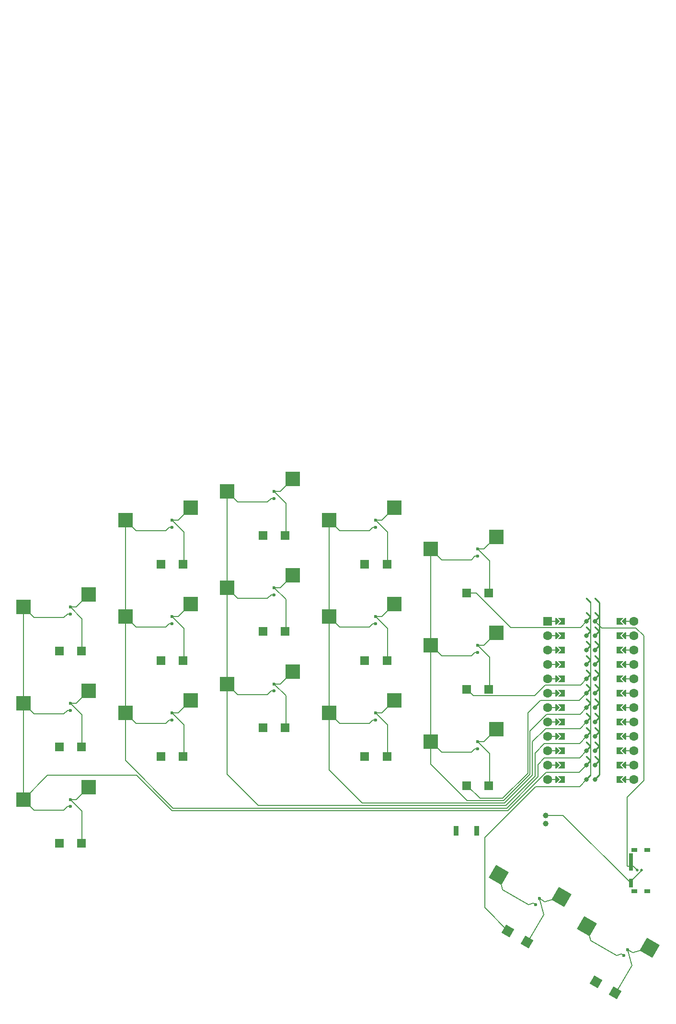
<source format=gbr>
%TF.GenerationSoftware,KiCad,Pcbnew,(6.0.6-1)-1*%
%TF.CreationDate,2023-03-28T00:01:58-05:00*%
%TF.ProjectId,smcboard,736d6362-6f61-4726-942e-6b696361645f,v1.0.0*%
%TF.SameCoordinates,Original*%
%TF.FileFunction,Copper,L1,Top*%
%TF.FilePolarity,Positive*%
%FSLAX46Y46*%
G04 Gerber Fmt 4.6, Leading zero omitted, Abs format (unit mm)*
G04 Created by KiCad (PCBNEW (6.0.6-1)-1) date 2023-03-28 00:01:58*
%MOMM*%
%LPD*%
G01*
G04 APERTURE LIST*
G04 Aperture macros list*
%AMRotRect*
0 Rectangle, with rotation*
0 The origin of the aperture is its center*
0 $1 length*
0 $2 width*
0 $3 Rotation angle, in degrees counterclockwise*
0 Add horizontal line*
21,1,$1,$2,0,0,$3*%
%AMFreePoly0*
4,1,49,0.088388,4.152388,0.854389,3.386388,0.867708,3.368551,0.871189,3.365530,0.871982,3.362827,0.875852,3.357644,0.882333,3.327543,0.891000,3.298000,0.891000,0.766000,0.887805,0.743969,0.888131,0.739371,0.886780,0.736898,0.885852,0.730498,0.869154,0.704638,0.854389,0.677612,0.088388,-0.088388,0.064607,-0.106146,0.062500,-0.108253,0.061385,-0.108552,0.059644,-0.109852,
0.043810,-0.113261,0.000000,-0.125000,-0.004774,-0.123721,-0.009154,-0.124664,-0.028953,-0.117242,-0.062500,-0.108253,-0.068237,-0.102516,-0.075052,-0.099961,-0.087614,-0.083139,-0.108253,-0.062500,-0.111178,-0.051584,-0.117161,-0.043572,-0.118539,-0.024114,-0.125000,0.000000,-0.121239,0.014035,-0.122131,0.026629,-0.113759,0.041953,-0.108253,0.062500,-0.095642,0.075111,-0.088388,0.088388,
0.641000,0.817777,0.641000,3.246223,-0.088388,3.975612,-0.109852,4.004356,-0.124664,4.073154,-0.099961,4.139052,-0.043572,4.181161,0.026629,4.186131,0.088388,4.152388,0.088388,4.152388,$1*%
%AMFreePoly1*
4,1,6,0.600000,0.200000,0.000000,-0.400000,-0.600000,0.200000,-0.600000,0.400000,0.600000,0.400000,0.600000,0.200000,0.600000,0.200000,$1*%
%AMFreePoly2*
4,1,6,0.600000,-0.250000,-0.600000,-0.250000,-0.600000,1.000000,0.000000,0.400000,0.600000,1.000000,0.600000,-0.250000,0.600000,-0.250000,$1*%
%AMFreePoly3*
4,1,5,0.125000,-0.500000,-0.125000,-0.500000,-0.125000,0.500000,0.125000,0.500000,0.125000,-0.500000,0.125000,-0.500000,$1*%
%AMFreePoly4*
4,1,49,0.088388,4.152388,0.850389,3.390388,0.863708,3.372551,0.867189,3.369530,0.867982,3.366827,0.871852,3.361644,0.878333,3.331543,0.887000,3.302000,0.887000,0.762000,0.883805,0.739969,0.884131,0.735371,0.882780,0.732898,0.881852,0.726498,0.865154,0.700638,0.850389,0.673612,0.088388,-0.088388,0.064607,-0.106146,0.062500,-0.108253,0.061385,-0.108552,0.059644,-0.109852,
0.043810,-0.113261,0.000000,-0.125000,-0.004774,-0.123721,-0.009154,-0.124664,-0.028953,-0.117242,-0.062500,-0.108253,-0.068237,-0.102516,-0.075052,-0.099961,-0.087614,-0.083139,-0.108253,-0.062500,-0.111178,-0.051584,-0.117161,-0.043572,-0.118539,-0.024114,-0.125000,0.000000,-0.121239,0.014035,-0.122131,0.026629,-0.113759,0.041953,-0.108253,0.062500,-0.095642,0.075111,-0.088388,0.088388,
0.637000,0.813777,0.637000,3.250223,-0.088388,3.975612,-0.109852,4.004356,-0.124664,4.073154,-0.099961,4.139052,-0.043572,4.181161,0.026629,4.186131,0.088388,4.152388,0.088388,4.152388,$1*%
G04 Aperture macros list end*
%TA.AperFunction,SMDPad,CuDef*%
%ADD10FreePoly0,270.000000*%
%TD*%
%TA.AperFunction,ComponentPad*%
%ADD11C,1.600000*%
%TD*%
%TA.AperFunction,SMDPad,CuDef*%
%ADD12FreePoly1,90.000000*%
%TD*%
%TA.AperFunction,SMDPad,CuDef*%
%ADD13FreePoly2,90.000000*%
%TD*%
%TA.AperFunction,SMDPad,CuDef*%
%ADD14FreePoly3,90.000000*%
%TD*%
%TA.AperFunction,ComponentPad*%
%ADD15R,1.600000X1.600000*%
%TD*%
%TA.AperFunction,SMDPad,CuDef*%
%ADD16FreePoly2,270.000000*%
%TD*%
%TA.AperFunction,SMDPad,CuDef*%
%ADD17FreePoly3,270.000000*%
%TD*%
%TA.AperFunction,SMDPad,CuDef*%
%ADD18FreePoly1,270.000000*%
%TD*%
%TA.AperFunction,SMDPad,CuDef*%
%ADD19FreePoly4,90.000000*%
%TD*%
%TA.AperFunction,ComponentPad*%
%ADD20C,0.800000*%
%TD*%
%TA.AperFunction,ComponentPad*%
%ADD21R,0.900000X1.700000*%
%TD*%
%TA.AperFunction,SMDPad,CuDef*%
%ADD22R,0.700000X1.500000*%
%TD*%
%TA.AperFunction,SMDPad,CuDef*%
%ADD23R,1.000000X0.800000*%
%TD*%
%TA.AperFunction,ComponentPad*%
%ADD24C,1.000000*%
%TD*%
%TA.AperFunction,SMDPad,CuDef*%
%ADD25R,2.600000X2.600000*%
%TD*%
%TA.AperFunction,SMDPad,CuDef*%
%ADD26RotRect,2.600000X2.600000X330.000000*%
%TD*%
%TA.AperFunction,ComponentPad*%
%ADD27R,1.650000X1.650000*%
%TD*%
%TA.AperFunction,ComponentPad*%
%ADD28RotRect,1.650000X1.650000X150.000000*%
%TD*%
%TA.AperFunction,ComponentPad*%
%ADD29RotRect,1.650000X1.650000X330.000000*%
%TD*%
%TA.AperFunction,ComponentPad*%
%ADD30C,0.600000*%
%TD*%
%TA.AperFunction,ViaPad*%
%ADD31C,0.500000*%
%TD*%
%TA.AperFunction,Conductor*%
%ADD32C,0.200000*%
%TD*%
%TA.AperFunction,Conductor*%
%ADD33C,0.180000*%
%TD*%
G04 APERTURE END LIST*
D10*
%TO.P,MCU1,2*%
%TO.N,GND*%
X242037000Y-133370000D03*
D11*
%TO.P,MCU1,*%
%TO.N,*%
X233655000Y-130830000D03*
X233655000Y-133370000D03*
X233655000Y-135910000D03*
X233655000Y-138450000D03*
X233655000Y-140990000D03*
X233655000Y-143530000D03*
X233655000Y-146070000D03*
X233655000Y-148610000D03*
X233655000Y-151150000D03*
X233655000Y-153690000D03*
X233655000Y-156230000D03*
X233655000Y-158770000D03*
X248895000Y-158770000D03*
X248895000Y-156230000D03*
X248895000Y-153690000D03*
X248895000Y-151150000D03*
X248895000Y-148610000D03*
X248895000Y-146070000D03*
X248895000Y-143530000D03*
X248895000Y-140990000D03*
X248895000Y-138450000D03*
X248895000Y-135910000D03*
X248895000Y-133370000D03*
X248895000Y-130830000D03*
D12*
X235433000Y-130830000D03*
D13*
%TO.P,MCU1,24*%
%TO.N,P1*%
X236449000Y-130830000D03*
D14*
%TO.P,MCU1,*%
%TO.N,*%
X234925000Y-130830000D03*
D15*
X233655000Y-130830000D03*
D14*
X234925000Y-133370000D03*
D12*
X235433000Y-133370000D03*
D13*
%TO.P,MCU1,23*%
%TO.N,P0*%
X236449000Y-133370000D03*
D14*
%TO.P,MCU1,*%
%TO.N,*%
X234925000Y-135910000D03*
D12*
X235433000Y-135910000D03*
D13*
%TO.P,MCU1,22*%
%TO.N,GND*%
X236449000Y-135910000D03*
D14*
%TO.P,MCU1,*%
%TO.N,*%
X234925000Y-138450000D03*
D12*
X235433000Y-138450000D03*
D13*
%TO.P,MCU1,21*%
%TO.N,GND*%
X236449000Y-138450000D03*
D14*
%TO.P,MCU1,*%
%TO.N,*%
X234925000Y-140990000D03*
D12*
X235433000Y-140990000D03*
D13*
%TO.P,MCU1,20*%
%TO.N,P2*%
X236449000Y-140990000D03*
D14*
%TO.P,MCU1,*%
%TO.N,*%
X234925000Y-143530000D03*
D12*
X235433000Y-143530000D03*
D13*
%TO.P,MCU1,19*%
%TO.N,P3*%
X236449000Y-143530000D03*
D14*
%TO.P,MCU1,*%
%TO.N,*%
X234925000Y-146070000D03*
D12*
X235433000Y-146070000D03*
D13*
%TO.P,MCU1,18*%
%TO.N,P4*%
X236449000Y-146070000D03*
D14*
%TO.P,MCU1,*%
%TO.N,*%
X234925000Y-148610000D03*
D12*
X235433000Y-148610000D03*
D13*
%TO.P,MCU1,17*%
%TO.N,P5*%
X236449000Y-148610000D03*
D14*
%TO.P,MCU1,*%
%TO.N,*%
X234925000Y-151150000D03*
D12*
X235433000Y-151150000D03*
D13*
%TO.P,MCU1,16*%
%TO.N,P6*%
X236449000Y-151150000D03*
D14*
%TO.P,MCU1,*%
%TO.N,*%
X234925000Y-153690000D03*
D12*
X235433000Y-153690000D03*
D13*
%TO.P,MCU1,15*%
%TO.N,P7*%
X236449000Y-153690000D03*
D14*
%TO.P,MCU1,*%
%TO.N,*%
X234925000Y-156230000D03*
D12*
X235433000Y-156230000D03*
D13*
%TO.P,MCU1,14*%
%TO.N,P8*%
X236449000Y-156230000D03*
D14*
%TO.P,MCU1,*%
%TO.N,*%
X234925000Y-158770000D03*
D12*
X235433000Y-158770000D03*
D13*
%TO.P,MCU1,13*%
%TO.N,P9*%
X236449000Y-158770000D03*
D16*
%TO.P,MCU1,1*%
%TO.N,RAW*%
X246101000Y-130830000D03*
%TO.P,MCU1,3*%
%TO.N,RST*%
X246101000Y-135910000D03*
D17*
%TO.P,MCU1,*%
%TO.N,*%
X247625000Y-135910000D03*
D18*
X247117000Y-135910000D03*
X247117000Y-130830000D03*
D17*
X247625000Y-133370000D03*
D16*
%TO.P,MCU1,2*%
%TO.N,GND*%
X246101000Y-133370000D03*
D17*
%TO.P,MCU1,*%
%TO.N,*%
X247625000Y-130830000D03*
D16*
%TO.P,MCU1,4*%
%TO.N,VCC*%
X246101000Y-138450000D03*
D18*
%TO.P,MCU1,*%
%TO.N,*%
X247117000Y-133370000D03*
X247117000Y-138450000D03*
D16*
%TO.P,MCU1,6*%
%TO.N,P20*%
X246101000Y-143530000D03*
%TO.P,MCU1,7*%
%TO.N,P19*%
X246101000Y-146070000D03*
D17*
%TO.P,MCU1,*%
%TO.N,*%
X247625000Y-158770000D03*
D18*
X247117000Y-146070000D03*
D17*
X247625000Y-153690000D03*
D16*
%TO.P,MCU1,8*%
%TO.N,P18*%
X246101000Y-148610000D03*
D17*
%TO.P,MCU1,*%
%TO.N,*%
X247625000Y-146070000D03*
D16*
%TO.P,MCU1,12*%
%TO.N,P10*%
X246101000Y-158770000D03*
D18*
%TO.P,MCU1,*%
%TO.N,*%
X247117000Y-148610000D03*
D17*
X247625000Y-151150000D03*
D18*
X247117000Y-158770000D03*
D17*
X247625000Y-140990000D03*
X247625000Y-148610000D03*
X247625000Y-143530000D03*
D16*
%TO.P,MCU1,9*%
%TO.N,P15*%
X246101000Y-151150000D03*
D17*
%TO.P,MCU1,*%
%TO.N,*%
X247625000Y-138450000D03*
D18*
X247117000Y-140990000D03*
X247117000Y-143530000D03*
X247117000Y-151150000D03*
D16*
%TO.P,MCU1,10*%
%TO.N,P14*%
X246101000Y-153690000D03*
D18*
%TO.P,MCU1,*%
%TO.N,*%
X247117000Y-153690000D03*
X247117000Y-156230000D03*
D16*
%TO.P,MCU1,11*%
%TO.N,P16*%
X246101000Y-156230000D03*
D17*
%TO.P,MCU1,*%
%TO.N,*%
X247625000Y-156230000D03*
D16*
%TO.P,MCU1,5*%
%TO.N,P21*%
X246101000Y-140990000D03*
D19*
%TO.P,MCU1,23*%
%TO.N,P0*%
X240513000Y-133370000D03*
D20*
%TO.P,MCU1,2*%
%TO.N,GND*%
X242037000Y-133370000D03*
%TO.P,MCU1,23*%
%TO.N,P0*%
X240513000Y-133370000D03*
%TO.P,MCU1,24*%
%TO.N,P1*%
X240513000Y-130830000D03*
%TO.P,MCU1,1*%
%TO.N,RAW*%
X242037000Y-130830000D03*
D10*
X242037000Y-130830000D03*
D19*
%TO.P,MCU1,24*%
%TO.N,P1*%
X240513000Y-130830000D03*
D20*
%TO.P,MCU1,22*%
%TO.N,GND*%
X240513000Y-135910000D03*
%TO.P,MCU1,3*%
%TO.N,RST*%
X242037000Y-135910000D03*
D10*
X242037000Y-135910000D03*
D19*
%TO.P,MCU1,22*%
%TO.N,GND*%
X240513000Y-135910000D03*
D20*
%TO.P,MCU1,21*%
X240513000Y-138450000D03*
%TO.P,MCU1,4*%
%TO.N,VCC*%
X242037000Y-138450000D03*
D10*
X242037000Y-138450000D03*
D19*
%TO.P,MCU1,21*%
%TO.N,GND*%
X240513000Y-138450000D03*
D20*
%TO.P,MCU1,20*%
%TO.N,P2*%
X240513000Y-140990000D03*
%TO.P,MCU1,5*%
%TO.N,P21*%
X242037000Y-140990000D03*
D10*
X242037000Y-140990000D03*
D19*
%TO.P,MCU1,20*%
%TO.N,P2*%
X240513000Y-140990000D03*
D20*
%TO.P,MCU1,19*%
%TO.N,P3*%
X240513000Y-143530000D03*
%TO.P,MCU1,6*%
%TO.N,P20*%
X242037000Y-143530000D03*
D10*
X242037000Y-143530000D03*
D19*
%TO.P,MCU1,19*%
%TO.N,P3*%
X240513000Y-143530000D03*
D20*
%TO.P,MCU1,18*%
%TO.N,P4*%
X240513000Y-146070000D03*
%TO.P,MCU1,7*%
%TO.N,P19*%
X242037000Y-146070000D03*
D10*
X242037000Y-146070000D03*
D19*
%TO.P,MCU1,18*%
%TO.N,P4*%
X240513000Y-146070000D03*
D20*
%TO.P,MCU1,17*%
%TO.N,P5*%
X240513000Y-148610000D03*
%TO.P,MCU1,8*%
%TO.N,P18*%
X242037000Y-148610000D03*
D10*
X242037000Y-148610000D03*
D19*
%TO.P,MCU1,17*%
%TO.N,P5*%
X240513000Y-148610000D03*
D20*
%TO.P,MCU1,16*%
%TO.N,P6*%
X240513000Y-151150000D03*
%TO.P,MCU1,9*%
%TO.N,P15*%
X242037000Y-151150000D03*
D10*
X242037000Y-151150000D03*
D19*
%TO.P,MCU1,16*%
%TO.N,P6*%
X240513000Y-151150000D03*
D20*
%TO.P,MCU1,15*%
%TO.N,P7*%
X240513000Y-153690000D03*
%TO.P,MCU1,10*%
%TO.N,P14*%
X242037000Y-153690000D03*
D10*
X242037000Y-153690000D03*
D19*
%TO.P,MCU1,15*%
%TO.N,P7*%
X240513000Y-153690000D03*
D20*
%TO.P,MCU1,14*%
%TO.N,P8*%
X240513000Y-156230000D03*
%TO.P,MCU1,11*%
%TO.N,P16*%
X242037000Y-156230000D03*
D10*
X242037000Y-156230000D03*
D19*
%TO.P,MCU1,14*%
%TO.N,P8*%
X240513000Y-156230000D03*
D20*
%TO.P,MCU1,13*%
%TO.N,P9*%
X240513000Y-158770000D03*
%TO.P,MCU1,12*%
%TO.N,P10*%
X242037000Y-158770000D03*
D10*
X242037000Y-158770000D03*
D19*
%TO.P,MCU1,13*%
%TO.N,P9*%
X240513000Y-158770000D03*
%TD*%
D21*
%TO.P,,1*%
%TO.N,RST*%
X217475000Y-167800000D03*
%TO.P,,2*%
%TO.N,GND*%
X221075000Y-167800000D03*
%TD*%
D22*
%TO.P,,1*%
%TO.N,pos*%
X248345000Y-177050000D03*
%TO.P,,2*%
%TO.N,RAW*%
X248345000Y-174050000D03*
%TO.P,,3*%
%TO.N,N/C*%
X248345000Y-172550000D03*
D23*
%TO.P,,*%
%TO.N,*%
X251205000Y-178450000D03*
X251205000Y-171150000D03*
X248995000Y-171150000D03*
X248995000Y-178450000D03*
%TD*%
D24*
%TO.P,,1*%
%TO.N,pos*%
X233275000Y-165050000D03*
%TO.P,,2*%
%TO.N,GND*%
X233275000Y-166550000D03*
%TD*%
D25*
%TO.P,S1,1*%
%TO.N,pinky_bottom*%
X152550000Y-160050000D03*
%TO.P,S1,2*%
%TO.N,P8*%
X141000000Y-162250000D03*
%TD*%
%TO.P,S2,1*%
%TO.N,pinky_home*%
X152550000Y-143050000D03*
%TO.P,S2,2*%
%TO.N,P8*%
X141000000Y-145250000D03*
%TD*%
%TO.P,S3,1*%
%TO.N,pinky_top*%
X152550000Y-126050000D03*
%TO.P,S3,2*%
%TO.N,P8*%
X141000000Y-128250000D03*
%TD*%
%TO.P,S4,1*%
%TO.N,ring_bottom*%
X170550000Y-144750000D03*
%TO.P,S4,2*%
%TO.N,P7*%
X159000000Y-146950000D03*
%TD*%
%TO.P,S5,1*%
%TO.N,ring_home*%
X170550000Y-127750000D03*
%TO.P,S5,2*%
%TO.N,P7*%
X159000000Y-129950000D03*
%TD*%
%TO.P,S6,1*%
%TO.N,ring_top*%
X170550000Y-110750000D03*
%TO.P,S6,2*%
%TO.N,P7*%
X159000000Y-112950000D03*
%TD*%
%TO.P,S7,1*%
%TO.N,middle_bottom*%
X188550000Y-139650000D03*
%TO.P,S7,2*%
%TO.N,P6*%
X177000000Y-141850000D03*
%TD*%
%TO.P,S8,1*%
%TO.N,middle_home*%
X188550000Y-122650000D03*
%TO.P,S8,2*%
%TO.N,P6*%
X177000000Y-124850000D03*
%TD*%
%TO.P,S9,1*%
%TO.N,middle_top*%
X188550000Y-105650000D03*
%TO.P,S9,2*%
%TO.N,P6*%
X177000000Y-107850000D03*
%TD*%
%TO.P,S10,1*%
%TO.N,index_bottom*%
X206550000Y-144750000D03*
%TO.P,S10,2*%
%TO.N,P5*%
X195000000Y-146950000D03*
%TD*%
%TO.P,S11,1*%
%TO.N,index_home*%
X206550000Y-127750000D03*
%TO.P,S11,2*%
%TO.N,P5*%
X195000000Y-129950000D03*
%TD*%
%TO.P,S12,1*%
%TO.N,index_top*%
X206550000Y-110750000D03*
%TO.P,S12,2*%
%TO.N,P5*%
X195000000Y-112950000D03*
%TD*%
%TO.P,S13,1*%
%TO.N,inner_bottom*%
X224550000Y-149850000D03*
%TO.P,S13,2*%
%TO.N,P4*%
X213000000Y-152050000D03*
%TD*%
%TO.P,S14,1*%
%TO.N,inner_home*%
X224550000Y-132850000D03*
%TO.P,S14,2*%
%TO.N,P4*%
X213000000Y-135050000D03*
%TD*%
%TO.P,S15,1*%
%TO.N,inner_top*%
X224550000Y-115850000D03*
%TO.P,S15,2*%
%TO.N,P4*%
X213000000Y-118050000D03*
%TD*%
D26*
%TO.P,S16,1*%
%TO.N,near_thumb*%
X236086233Y-179484649D03*
%TO.P,S16,2*%
%TO.N,P6*%
X224983640Y-175614905D03*
%TD*%
%TO.P,S17,1*%
%TO.N,home_thumb*%
X251674690Y-188484649D03*
%TO.P,S17,2*%
%TO.N,P5*%
X240572097Y-184614905D03*
%TD*%
D27*
%TO.P,D1,1*%
%TO.N,P3*%
X147325000Y-170000000D03*
%TO.P,D1,2*%
%TO.N,pinky_bottom*%
X151225000Y-170000000D03*
%TD*%
%TO.P,D2,1*%
%TO.N,P2*%
X147325000Y-153000000D03*
%TO.P,D2,2*%
%TO.N,pinky_home*%
X151225000Y-153000000D03*
%TD*%
%TO.P,D3,1*%
%TO.N,P1*%
X147325000Y-136000000D03*
%TO.P,D3,2*%
%TO.N,pinky_top*%
X151225000Y-136000000D03*
%TD*%
%TO.P,D4,1*%
%TO.N,P3*%
X165325000Y-154700000D03*
%TO.P,D4,2*%
%TO.N,ring_bottom*%
X169225000Y-154700000D03*
%TD*%
%TO.P,D5,1*%
%TO.N,P2*%
X165325000Y-137700000D03*
%TO.P,D5,2*%
%TO.N,ring_home*%
X169225000Y-137700000D03*
%TD*%
%TO.P,D6,1*%
%TO.N,P1*%
X165325000Y-120700000D03*
%TO.P,D6,2*%
%TO.N,ring_top*%
X169225000Y-120700000D03*
%TD*%
%TO.P,D7,1*%
%TO.N,P3*%
X183325000Y-149600000D03*
%TO.P,D7,2*%
%TO.N,middle_bottom*%
X187225000Y-149600000D03*
%TD*%
%TO.P,D8,1*%
%TO.N,P2*%
X183325000Y-132600000D03*
%TO.P,D8,2*%
%TO.N,middle_home*%
X187225000Y-132600000D03*
%TD*%
%TO.P,D9,1*%
%TO.N,P1*%
X183325000Y-115600000D03*
%TO.P,D9,2*%
%TO.N,middle_top*%
X187225000Y-115600000D03*
%TD*%
%TO.P,D10,1*%
%TO.N,P3*%
X201325000Y-154700000D03*
%TO.P,D10,2*%
%TO.N,index_bottom*%
X205225000Y-154700000D03*
%TD*%
%TO.P,D11,1*%
%TO.N,P2*%
X201325000Y-137700000D03*
%TO.P,D11,2*%
%TO.N,index_home*%
X205225000Y-137700000D03*
%TD*%
%TO.P,D12,1*%
%TO.N,P1*%
X201325000Y-120700000D03*
%TO.P,D12,2*%
%TO.N,index_top*%
X205225000Y-120700000D03*
%TD*%
%TO.P,D13,1*%
%TO.N,P3*%
X219325000Y-159800000D03*
%TO.P,D13,2*%
%TO.N,inner_bottom*%
X223225000Y-159800000D03*
%TD*%
%TO.P,D14,1*%
%TO.N,P2*%
X219325000Y-142800000D03*
%TO.P,D14,2*%
%TO.N,inner_home*%
X223225000Y-142800000D03*
%TD*%
%TO.P,D15,1*%
%TO.N,P1*%
X219325000Y-125800000D03*
%TO.P,D15,2*%
%TO.N,inner_top*%
X223225000Y-125800000D03*
%TD*%
D28*
%TO.P,D16,1*%
%TO.N,P9*%
X226586250Y-185489102D03*
D29*
%TO.P,D16,2*%
%TO.N,near_thumb*%
X229963750Y-187439102D03*
%TD*%
D28*
%TO.P,D17,1*%
%TO.N,P9*%
X242174707Y-194489102D03*
D29*
%TO.P,D17,2*%
%TO.N,home_thumb*%
X245552207Y-196439102D03*
%TD*%
D30*
%TO.P,REF\u002A\u002A,1*%
%TO.N,P8*%
X149275000Y-163500000D03*
%TD*%
%TO.P,REF\u002A\u002A,1*%
%TO.N,P8*%
X149275000Y-146500000D03*
%TD*%
%TO.P,REF\u002A\u002A,1*%
%TO.N,P8*%
X149275000Y-129500000D03*
%TD*%
%TO.P,REF\u002A\u002A,1*%
%TO.N,P7*%
X167275000Y-148200000D03*
%TD*%
%TO.P,REF\u002A\u002A,1*%
%TO.N,P7*%
X167275000Y-131200000D03*
%TD*%
%TO.P,REF\u002A\u002A,1*%
%TO.N,P7*%
X167275000Y-114200000D03*
%TD*%
%TO.P,REF\u002A\u002A,1*%
%TO.N,P6*%
X185275000Y-143100000D03*
%TD*%
%TO.P,REF\u002A\u002A,1*%
%TO.N,P6*%
X185275000Y-126100000D03*
%TD*%
%TO.P,REF\u002A\u002A,1*%
%TO.N,P6*%
X185275000Y-109100000D03*
%TD*%
%TO.P,REF\u002A\u002A,1*%
%TO.N,P5*%
X203275000Y-148200000D03*
%TD*%
%TO.P,REF\u002A\u002A,1*%
%TO.N,P5*%
X203275000Y-131200000D03*
%TD*%
%TO.P,REF\u002A\u002A,1*%
%TO.N,P5*%
X203275000Y-114200000D03*
%TD*%
%TO.P,REF\u002A\u002A,1*%
%TO.N,P4*%
X221275000Y-153300000D03*
%TD*%
%TO.P,REF\u002A\u002A,1*%
%TO.N,P4*%
X221275000Y-136300000D03*
%TD*%
%TO.P,REF\u002A\u002A,1*%
%TO.N,P4*%
X221275000Y-119300000D03*
%TD*%
%TO.P,REF\u002A\u002A,1*%
%TO.N,P6*%
X231525000Y-180834937D03*
%TD*%
%TO.P,REF\u002A\u002A,1*%
%TO.N,P5*%
X247113457Y-189834937D03*
%TD*%
%TO.P,REF\u002A\u002A,1*%
%TO.N,pinky_bottom*%
X149275000Y-162250000D03*
%TD*%
%TO.P,REF\u002A\u002A,1*%
%TO.N,pinky_home*%
X149275000Y-145250000D03*
%TD*%
%TO.P,REF\u002A\u002A,1*%
%TO.N,pinky_top*%
X149275000Y-128250000D03*
%TD*%
%TO.P,REF\u002A\u002A,1*%
%TO.N,ring_bottom*%
X167275000Y-146950000D03*
%TD*%
%TO.P,REF\u002A\u002A,1*%
%TO.N,ring_home*%
X167275000Y-129950000D03*
%TD*%
%TO.P,REF\u002A\u002A,1*%
%TO.N,ring_top*%
X167275000Y-112950000D03*
%TD*%
%TO.P,REF\u002A\u002A,1*%
%TO.N,middle_bottom*%
X185275000Y-141850000D03*
%TD*%
%TO.P,REF\u002A\u002A,1*%
%TO.N,middle_home*%
X185275000Y-124850000D03*
%TD*%
%TO.P,REF\u002A\u002A,1*%
%TO.N,middle_top*%
X185275000Y-107850000D03*
%TD*%
%TO.P,REF\u002A\u002A,1*%
%TO.N,index_bottom*%
X203275000Y-146950000D03*
%TD*%
%TO.P,REF\u002A\u002A,1*%
%TO.N,index_home*%
X203275000Y-129950000D03*
%TD*%
%TO.P,REF\u002A\u002A,1*%
%TO.N,index_top*%
X203275000Y-112950000D03*
%TD*%
%TO.P,REF\u002A\u002A,1*%
%TO.N,inner_bottom*%
X221275000Y-152050000D03*
%TD*%
%TO.P,REF\u002A\u002A,1*%
%TO.N,inner_home*%
X221275000Y-135050000D03*
%TD*%
%TO.P,REF\u002A\u002A,1*%
%TO.N,inner_top*%
X221275000Y-118050000D03*
%TD*%
%TO.P,REF\u002A\u002A,1*%
%TO.N,near_thumb*%
X232150000Y-179752405D03*
%TD*%
%TO.P,REF\u002A\u002A,1*%
%TO.N,home_thumb*%
X247738457Y-188752405D03*
%TD*%
D31*
%TO.N,RAW*%
X249500000Y-174750000D03*
%TO.N,pos*%
X250250000Y-174750000D03*
%TD*%
D32*
%TO.N,P9*%
X226672853Y-185539102D02*
X222500000Y-181366249D01*
X222500000Y-181366249D02*
X222500000Y-169000000D01*
X239283000Y-160000000D02*
X240513000Y-158770000D01*
X222500000Y-169000000D02*
X231500000Y-160000000D01*
X231500000Y-160000000D02*
X239283000Y-160000000D01*
%TO.N,P1*%
X219425000Y-125800000D02*
X221015000Y-125800000D01*
X221015000Y-125800000D02*
X227125000Y-131910000D01*
X227125000Y-131910000D02*
X239433000Y-131910000D01*
X239433000Y-131910000D02*
X240513000Y-130830000D01*
%TO.N,P2*%
X219425000Y-142800000D02*
X220530000Y-143905000D01*
X239433000Y-142070000D02*
X240513000Y-140990000D01*
X220530000Y-143905000D02*
X231372649Y-143905000D01*
X231372649Y-143905000D02*
X233207649Y-142070000D01*
X233207649Y-142070000D02*
X239433000Y-142070000D01*
%TO.N,P3*%
X219425000Y-159800000D02*
X221680000Y-162055000D01*
X230135608Y-157614392D02*
X230135608Y-146987237D01*
X239243000Y-144800000D02*
X240513000Y-143530000D01*
X221680000Y-162055000D02*
X225695000Y-162055000D01*
X230135608Y-146987237D02*
X232322845Y-144800000D01*
X225695000Y-162055000D02*
X230135608Y-157614392D01*
X232322845Y-144800000D02*
X239243000Y-144800000D01*
D33*
%TO.N,pos*%
X250250000Y-174750000D02*
X250250000Y-174813173D01*
X250250000Y-174813173D02*
X248345000Y-176718173D01*
%TO.N,RAW*%
X248345000Y-174050000D02*
X248800000Y-174050000D01*
X248800000Y-174050000D02*
X249500000Y-174750000D01*
X248345000Y-174050000D02*
X247745000Y-174050000D01*
X247670000Y-173975000D02*
X247670000Y-161830000D01*
X247670000Y-161830000D02*
X250622865Y-158877135D01*
X243162000Y-131955000D02*
X242037000Y-130830000D01*
X247745000Y-174050000D02*
X247670000Y-173975000D01*
X250622865Y-158877135D02*
X250622865Y-133372865D01*
X250622865Y-133372865D02*
X249205000Y-131955000D01*
X249205000Y-131955000D02*
X243162000Y-131955000D01*
%TO.N,P4*%
X213000000Y-152050000D02*
X213000000Y-156000000D01*
X213000000Y-156000000D02*
X219425000Y-162425000D01*
X225863425Y-162425000D02*
X230505608Y-157782817D01*
X230505608Y-150168401D02*
X233479009Y-147195000D01*
X219425000Y-162425000D02*
X225863425Y-162425000D01*
X230505608Y-157782817D02*
X230505608Y-150168401D01*
X233479009Y-147195000D02*
X239388000Y-147195000D01*
X239388000Y-147195000D02*
X240513000Y-146070000D01*
%TO.N,P5*%
X195000000Y-146950000D02*
X195000000Y-157000000D01*
X195000000Y-157000000D02*
X200875000Y-162875000D01*
X200875000Y-162875000D02*
X226049821Y-162875000D01*
X226049821Y-162875000D02*
X230955608Y-157969213D01*
X230955608Y-157969213D02*
X230955608Y-152044392D01*
X230955608Y-152044392D02*
X233265000Y-149735000D01*
X233265000Y-149735000D02*
X239388000Y-149735000D01*
X239388000Y-149735000D02*
X240513000Y-148610000D01*
%TO.N,P6*%
X240513000Y-151150000D02*
X239275865Y-152387135D01*
X239275865Y-152387135D02*
X233072865Y-152387135D01*
X226236217Y-163325000D02*
X182500000Y-163325000D01*
X233072865Y-152387135D02*
X231405608Y-154054392D01*
X231405608Y-154054392D02*
X231405608Y-158155609D01*
X231405608Y-158155609D02*
X226236217Y-163325000D01*
X182500000Y-163325000D02*
X177000000Y-157825000D01*
X177000000Y-157825000D02*
X177000000Y-141850000D01*
%TO.N,P7*%
X159000000Y-146950000D02*
X159000000Y-155363604D01*
X167411396Y-163775000D02*
X226422613Y-163775000D01*
X159000000Y-155363604D02*
X167411396Y-163775000D01*
X226422613Y-163775000D02*
X231973807Y-158223806D01*
X231973807Y-158223806D02*
X231927135Y-158177134D01*
X231927135Y-158177134D02*
X231927135Y-156072865D01*
X231927135Y-156072865D02*
X233072865Y-154927135D01*
X233072865Y-154927135D02*
X239275865Y-154927135D01*
X239275865Y-154927135D02*
X240513000Y-153690000D01*
%TO.N,P8*%
X141000000Y-162250000D02*
X145250000Y-158000000D01*
X239243000Y-157500000D02*
X240513000Y-156230000D01*
X145250000Y-158000000D02*
X161000000Y-158000000D01*
X161000000Y-158000000D02*
X167225000Y-164225000D01*
X167225000Y-164225000D02*
X226609009Y-164225000D01*
X233334009Y-157500000D02*
X239243000Y-157500000D01*
X226609009Y-164225000D02*
X233334009Y-157500000D01*
%TO.N,pos*%
X233275000Y-165050000D02*
X236345000Y-165050000D01*
X236345000Y-165050000D02*
X248345000Y-177050000D01*
%TO.N,P4*%
X213000000Y-135050000D02*
X213000000Y-152050000D01*
X213000000Y-118050000D02*
X213000000Y-135050000D01*
%TO.N,P5*%
X195000000Y-129950000D02*
X195000000Y-146950000D01*
X195000000Y-112950000D02*
X195000000Y-129950000D01*
%TO.N,P6*%
X177000000Y-107850000D02*
X177000000Y-124850000D01*
X177000000Y-141850000D02*
X177000000Y-124850000D01*
%TO.N,P7*%
X159000000Y-129950000D02*
X159000000Y-112950000D01*
X159000000Y-146950000D02*
X159000000Y-129950000D01*
%TO.N,P8*%
X141000000Y-145250000D02*
X141000000Y-128250000D01*
X141000000Y-162250000D02*
X141000000Y-145250000D01*
%TO.N,home_thumb*%
X248669434Y-189289905D02*
X247738457Y-188752405D01*
X247738457Y-188752405D02*
X248503267Y-191606717D01*
%TO.N,P5*%
X246658794Y-189572437D02*
X247113457Y-189834937D01*
X240572097Y-184614905D02*
X241258395Y-187176204D01*
%TO.N,home_thumb*%
X251674690Y-188484649D02*
X248669434Y-189289905D01*
X248503267Y-191606717D02*
X245762768Y-196353400D01*
%TO.N,P5*%
X245805026Y-189801203D02*
X246658794Y-189572437D01*
X241258395Y-187176204D02*
X245805026Y-189801203D01*
%TO.N,near_thumb*%
X233080977Y-180289905D02*
X232150000Y-179752405D01*
X232150000Y-179752405D02*
X232914810Y-182606717D01*
%TO.N,P6*%
X231070337Y-180572437D02*
X231525000Y-180834937D01*
X224983640Y-175614905D02*
X225669938Y-178176204D01*
%TO.N,near_thumb*%
X236086233Y-179484649D02*
X233080977Y-180289905D01*
X232914810Y-182606717D02*
X230174311Y-187353400D01*
%TO.N,P6*%
X230216569Y-180801203D02*
X231070337Y-180572437D01*
X225669938Y-178176204D02*
X230216569Y-180801203D01*
%TO.N,P4*%
X214875001Y-153925001D02*
X220124999Y-153925001D01*
X220750000Y-153300000D02*
X221275000Y-153300000D01*
X220124999Y-153925001D02*
X220750000Y-153300000D01*
X213000000Y-152050000D02*
X214875001Y-153925001D01*
%TO.N,inner_bottom*%
X223364501Y-154139501D02*
X223364501Y-159620499D01*
X221275000Y-152050000D02*
X223364501Y-154139501D01*
X222350000Y-152050000D02*
X221275000Y-152050000D01*
X224550000Y-149850000D02*
X222350000Y-152050000D01*
%TO.N,P4*%
X214875001Y-136925001D02*
X220124999Y-136925001D01*
X220750000Y-136300000D02*
X221275000Y-136300000D01*
X220124999Y-136925001D02*
X220750000Y-136300000D01*
X213000000Y-135050000D02*
X214875001Y-136925001D01*
%TO.N,inner_home*%
X223364501Y-137139501D02*
X223364501Y-142620499D01*
X221275000Y-135050000D02*
X223364501Y-137139501D01*
X222350000Y-135050000D02*
X221275000Y-135050000D01*
X224550000Y-132850000D02*
X222350000Y-135050000D01*
%TO.N,P4*%
X214875001Y-119925001D02*
X220124999Y-119925001D01*
X220750000Y-119300000D02*
X221275000Y-119300000D01*
X220124999Y-119925001D02*
X220750000Y-119300000D01*
X213000000Y-118050000D02*
X214875001Y-119925001D01*
%TO.N,inner_top*%
X223364501Y-120139501D02*
X223364501Y-125620499D01*
X221275000Y-118050000D02*
X223364501Y-120139501D01*
X222350000Y-118050000D02*
X221275000Y-118050000D01*
X224550000Y-115850000D02*
X222350000Y-118050000D01*
%TO.N,P5*%
X196875001Y-148825001D02*
X202124999Y-148825001D01*
X202750000Y-148200000D02*
X203275000Y-148200000D01*
X202124999Y-148825001D02*
X202750000Y-148200000D01*
X195000000Y-146950000D02*
X196875001Y-148825001D01*
%TO.N,index_bottom*%
X205364501Y-149039501D02*
X205364501Y-154520499D01*
X203275000Y-146950000D02*
X205364501Y-149039501D01*
X204350000Y-146950000D02*
X203275000Y-146950000D01*
X206550000Y-144750000D02*
X204350000Y-146950000D01*
%TO.N,P5*%
X196875001Y-131825001D02*
X202124999Y-131825001D01*
X202750000Y-131200000D02*
X203275000Y-131200000D01*
X202124999Y-131825001D02*
X202750000Y-131200000D01*
X195000000Y-129950000D02*
X196875001Y-131825001D01*
%TO.N,index_home*%
X205364501Y-132039501D02*
X205364501Y-137520499D01*
X203275000Y-129950000D02*
X205364501Y-132039501D01*
X204350000Y-129950000D02*
X203275000Y-129950000D01*
X206550000Y-127750000D02*
X204350000Y-129950000D01*
%TO.N,P5*%
X196875001Y-114825001D02*
X202124999Y-114825001D01*
X202750000Y-114200000D02*
X203275000Y-114200000D01*
X202124999Y-114825001D02*
X202750000Y-114200000D01*
X195000000Y-112950000D02*
X196875001Y-114825001D01*
%TO.N,index_top*%
X205364501Y-115039501D02*
X205364501Y-120520499D01*
X203275000Y-112950000D02*
X205364501Y-115039501D01*
X204350000Y-112950000D02*
X203275000Y-112950000D01*
X206550000Y-110750000D02*
X204350000Y-112950000D01*
%TO.N,P6*%
X178875001Y-109725001D02*
X184124999Y-109725001D01*
X184750000Y-109100000D02*
X185275000Y-109100000D01*
X184124999Y-109725001D02*
X184750000Y-109100000D01*
X177000000Y-107850000D02*
X178875001Y-109725001D01*
%TO.N,middle_top*%
X187364501Y-109939501D02*
X187364501Y-115420499D01*
X185275000Y-107850000D02*
X187364501Y-109939501D01*
X186350000Y-107850000D02*
X185275000Y-107850000D01*
X188550000Y-105650000D02*
X186350000Y-107850000D01*
%TO.N,P6*%
X178875001Y-126725001D02*
X184124999Y-126725001D01*
X184750000Y-126100000D02*
X185275000Y-126100000D01*
X184124999Y-126725001D02*
X184750000Y-126100000D01*
X177000000Y-124850000D02*
X178875001Y-126725001D01*
%TO.N,middle_home*%
X187364501Y-126939501D02*
X187364501Y-132420499D01*
X185275000Y-124850000D02*
X187364501Y-126939501D01*
X186350000Y-124850000D02*
X185275000Y-124850000D01*
X188550000Y-122650000D02*
X186350000Y-124850000D01*
%TO.N,P6*%
X178875001Y-143725001D02*
X184124999Y-143725001D01*
X184750000Y-143100000D02*
X185275000Y-143100000D01*
X184124999Y-143725001D02*
X184750000Y-143100000D01*
X177000000Y-141850000D02*
X178875001Y-143725001D01*
%TO.N,middle_bottom*%
X187364501Y-143939501D02*
X187364501Y-149420499D01*
X185275000Y-141850000D02*
X187364501Y-143939501D01*
X186350000Y-141850000D02*
X185275000Y-141850000D01*
X188550000Y-139650000D02*
X186350000Y-141850000D01*
%TO.N,P7*%
X160875001Y-148825001D02*
X166124999Y-148825001D01*
X166750000Y-148200000D02*
X167275000Y-148200000D01*
X166124999Y-148825001D02*
X166750000Y-148200000D01*
X159000000Y-146950000D02*
X160875001Y-148825001D01*
%TO.N,ring_bottom*%
X169364501Y-149039501D02*
X169364501Y-154520499D01*
X167275000Y-146950000D02*
X169364501Y-149039501D01*
X168350000Y-146950000D02*
X167275000Y-146950000D01*
X170550000Y-144750000D02*
X168350000Y-146950000D01*
%TO.N,P7*%
X160875001Y-114825001D02*
X166124999Y-114825001D01*
X166750000Y-114200000D02*
X167275000Y-114200000D01*
X166124999Y-114825001D02*
X166750000Y-114200000D01*
X159000000Y-112950000D02*
X160875001Y-114825001D01*
%TO.N,ring_top*%
X169364501Y-115039501D02*
X169364501Y-120520499D01*
X167275000Y-112950000D02*
X169364501Y-115039501D01*
X168350000Y-112950000D02*
X167275000Y-112950000D01*
X170550000Y-110750000D02*
X168350000Y-112950000D01*
%TO.N,P7*%
X160875001Y-131825001D02*
X166124999Y-131825001D01*
X166750000Y-131200000D02*
X167275000Y-131200000D01*
X166124999Y-131825001D02*
X166750000Y-131200000D01*
X159000000Y-129950000D02*
X160875001Y-131825001D01*
%TO.N,ring_home*%
X169364501Y-132039501D02*
X169364501Y-137520499D01*
X167275000Y-129950000D02*
X169364501Y-132039501D01*
X168350000Y-129950000D02*
X167275000Y-129950000D01*
X170550000Y-127750000D02*
X168350000Y-129950000D01*
%TO.N,P8*%
X142875001Y-130125001D02*
X148124999Y-130125001D01*
X148750000Y-129500000D02*
X149275000Y-129500000D01*
X148124999Y-130125001D02*
X148750000Y-129500000D01*
X141000000Y-128250000D02*
X142875001Y-130125001D01*
%TO.N,pinky_top*%
X151364501Y-130339501D02*
X151364501Y-135820499D01*
X149275000Y-128250000D02*
X151364501Y-130339501D01*
X150350000Y-128250000D02*
X149275000Y-128250000D01*
X152550000Y-126050000D02*
X150350000Y-128250000D01*
%TO.N,P8*%
X142875001Y-147125001D02*
X148124999Y-147125001D01*
X148750000Y-146500000D02*
X149275000Y-146500000D01*
X148124999Y-147125001D02*
X148750000Y-146500000D01*
X141000000Y-145250000D02*
X142875001Y-147125001D01*
%TO.N,pinky_home*%
X151364501Y-147339501D02*
X151364501Y-152820499D01*
X149275000Y-145250000D02*
X151364501Y-147339501D01*
X150350000Y-145250000D02*
X149275000Y-145250000D01*
X152550000Y-143050000D02*
X150350000Y-145250000D01*
%TO.N,pinky_bottom*%
X149275000Y-162250000D02*
X151364501Y-164339501D01*
X151364501Y-164339501D02*
X151364501Y-169820499D01*
%TO.N,P8*%
X141000000Y-162250000D02*
X142875001Y-164125001D01*
X148124999Y-164125001D02*
X148750000Y-163500000D01*
X142875001Y-164125001D02*
X148124999Y-164125001D01*
X148750000Y-163500000D02*
X149275000Y-163500000D01*
%TO.N,pinky_bottom*%
X152550000Y-160050000D02*
X150350000Y-162250000D01*
X150350000Y-162250000D02*
X149275000Y-162250000D01*
%TD*%
M02*

</source>
